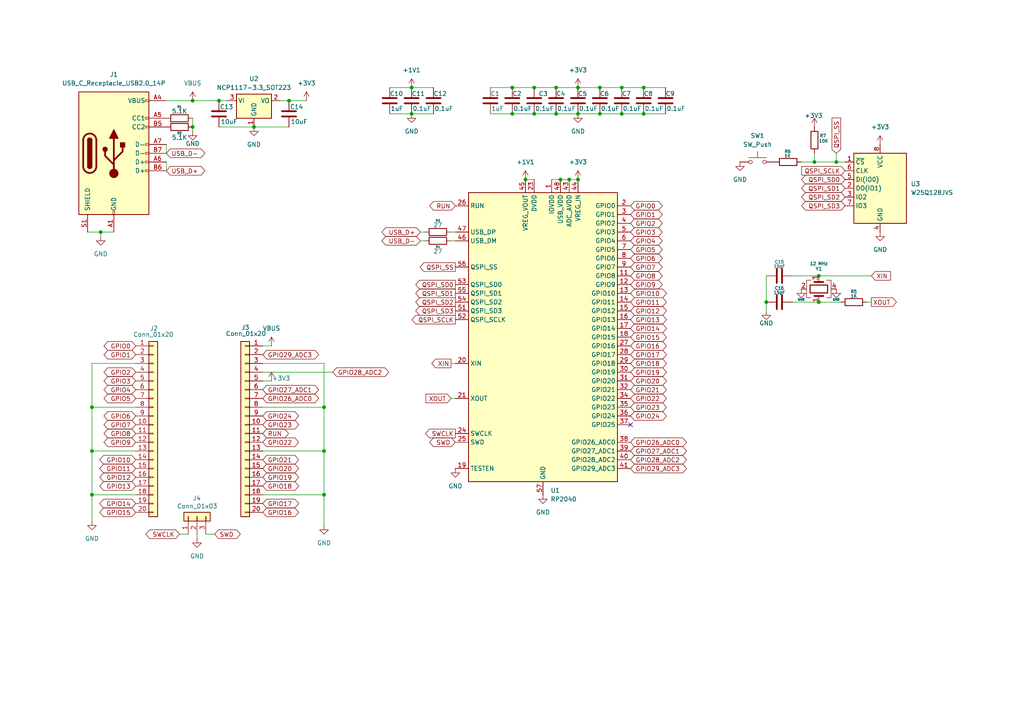
<source format=kicad_sch>
(kicad_sch (version 20231120) (generator "eeschema") (generator_version "8.0")
  (paper "A4")
  (lib_symbols
    (symbol "Connector:USB_C_Receptacle_USB2.0_14P" (pin_names (offset 1.016))
      (property "Reference" "J" (at 0 22.225 0))
      (property "Value" "USB_C_Receptacle_USB2.0_14P" (at 0 19.685 0))
      (symbol "USB_C_Receptacle_USB2.0_14P_0_0"
        (rectangle (start -0.254 -17.78) (end 0.254 -16.764))
        (rectangle (start 10.16 -4.826) (end 9.144 -5.334))
        (rectangle (start 10.16 -2.286) (end 9.144 -2.794))
        (rectangle (start 10.16 0.254) (end 9.144 -0.254))
        (rectangle (start 10.16 2.794) (end 9.144 2.286))
        (rectangle (start 10.16 7.874) (end 9.144 7.366))
        (rectangle (start 10.16 10.414) (end 9.144 9.906))
        (rectangle (start 10.16 15.494) (end 9.144 14.986))
      )
      (symbol "USB_C_Receptacle_USB2.0_14P_0_1"
        (rectangle (start -10.16 17.78) (end 10.16 -17.78) (stroke (width 0.254)) (fill (type background)))
        (arc (start -8.89 -3.81) (mid -6.985 -5.7067) (end -5.08 -3.81) (stroke (width 0.508)))
        (arc (start -7.62 -3.81) (mid -6.985 -4.4423) (end -6.35 -3.81) (stroke (width 0.254)))
        (arc (start -7.62 -3.81) (mid -6.985 -4.4423) (end -6.35 -3.81) (stroke (width 0.254)) (fill (type outline)))
        (rectangle (start -7.62 -3.81) (end -6.35 3.81) (stroke (width 0.254)) (fill (type outline)))
        (arc (start -6.35 3.81) (mid -6.985 4.4423) (end -7.62 3.81) (stroke (width 0.254)))
        (arc (start -6.35 3.81) (mid -6.985 4.4423) (end -7.62 3.81) (stroke (width 0.254)) (fill (type outline)))
        (arc (start -5.08 3.81) (mid -6.985 5.7067) (end -8.89 3.81) (stroke (width 0.508)))
        (circle (center -2.54 1.143) (radius 0.635) (stroke (width 0.254)) (fill (type outline)))
        (circle (center 0 -5.842) (radius 1.27) (fill (type outline)))
        (polyline (pts (xy -8.89 -3.81) (xy -8.89 3.81)) (stroke (width 0.508)))
        (polyline (pts (xy -5.08 3.81) (xy -5.08 -3.81)) (stroke (width 0.508)))
        (polyline (pts (xy 0 -5.842) (xy 0 4.318)) (stroke (width 0.508)))
        (polyline (pts (xy 0 -3.302) (xy -2.54 -0.762) (xy -2.54 0.508)) (stroke (width 0.508)))
        (polyline (pts (xy 0 -2.032) (xy 2.54 0.508) (xy 2.54 1.778)) (stroke (width 0.508)))
        (polyline (pts (xy -1.27 4.318) (xy 0 6.858) (xy 1.27 4.318) (xy -1.27 4.318)) (stroke (width 0.254)) (fill (type outline)))
        (rectangle (start 1.905 1.778) (end 3.175 3.048) (stroke (width 0.254)) (fill (type outline)))
      )
      (symbol "USB_C_Receptacle_USB2.0_14P_1_1"
        (pin passive line (at 0 -22.86 90) (length 5.08) (name "GND") (number "A1"))
        (pin passive line (at 0 -22.86 90) (length 5.08) hide (name "GND") (number "A12"))
        (pin passive line (at 15.24 15.24 180) (length 5.08) (name "VBUS") (number "A4"))
        (pin bidirectional line (at 15.24 10.16 180) (length 5.08) (name "CC1") (number "A5"))
        (pin bidirectional line (at 15.24 -2.54 180) (length 5.08) (name "D+") (number "A6"))
        (pin bidirectional line (at 15.24 2.54 180) (length 5.08) (name "D-") (number "A7"))
        (pin passive line (at 15.24 15.24 180) (length 5.08) hide (name "VBUS") (number "A9"))
        (pin passive line (at 0 -22.86 90) (length 5.08) hide (name "GND") (number "B1"))
        (pin passive line (at 0 -22.86 90) (length 5.08) hide (name "GND") (number "B12"))
        (pin passive line (at 15.24 15.24 180) (length 5.08) hide (name "VBUS") (number "B4"))
        (pin bidirectional line (at 15.24 7.62 180) (length 5.08) (name "CC2") (number "B5"))
        (pin bidirectional line (at 15.24 -5.08 180) (length 5.08) (name "D+") (number "B6"))
        (pin bidirectional line (at 15.24 0 180) (length 5.08) (name "D-") (number "B7"))
        (pin passive line (at 15.24 15.24 180) (length 5.08) hide (name "VBUS") (number "B9"))
        (pin passive line (at -7.62 -22.86 90) (length 5.08) (name "SHIELD") (number "S1"))
      )
    )
    (symbol "Connector_Generic:Conn_01x03" (pin_names (offset 1.016) hide)
      (property "Reference" "J" (at 0 5.08 0))
      (property "Value" "Conn_01x03" (at 0 -5.08 0))
      (symbol "Conn_01x03_1_1"
        (rectangle (start -1.27 -2.413) (end 0 -2.667) (stroke (width 0.1524)))
        (rectangle (start -1.27 0.127) (end 0 -0.127) (stroke (width 0.1524)))
        (rectangle (start -1.27 2.667) (end 0 2.413) (stroke (width 0.1524)))
        (rectangle (start -1.27 3.81) (end 1.27 -3.81) (stroke (width 0.254)) (fill (type background)))
        (pin passive line (at -5.08 2.54 0) (length 3.81) (name "Pin_1") (number "1"))
        (pin passive line (at -5.08 0 0) (length 3.81) (name "Pin_2") (number "2"))
        (pin passive line (at -5.08 -2.54 0) (length 3.81) (name "Pin_3") (number "3"))
      )
    )
    (symbol "Connector_Generic:Conn_01x20" (pin_names (offset 1.016) hide)
      (property "Reference" "J" (at 0 25.4 0))
      (property "Value" "Conn_01x20" (at 0 -27.94 0))
      (symbol "Conn_01x20_1_1"
        (rectangle (start -1.27 -25.273) (end 0 -25.527) (stroke (width 0.1524)))
        (rectangle (start -1.27 -22.733) (end 0 -22.987) (stroke (width 0.1524)))
        (rectangle (start -1.27 -20.193) (end 0 -20.447) (stroke (width 0.1524)))
        (rectangle (start -1.27 -17.653) (end 0 -17.907) (stroke (width 0.1524)))
        (rectangle (start -1.27 -15.113) (end 0 -15.367) (stroke (width 0.1524)))
        (rectangle (start -1.27 -12.573) (end 0 -12.827) (stroke (width 0.1524)))
        (rectangle (start -1.27 -10.033) (end 0 -10.287) (stroke (width 0.1524)))
        (rectangle (start -1.27 -7.493) (end 0 -7.747) (stroke (width 0.1524)))
        (rectangle (start -1.27 -4.953) (end 0 -5.207) (stroke (width 0.1524)))
        (rectangle (start -1.27 -2.413) (end 0 -2.667) (stroke (width 0.1524)))
        (rectangle (start -1.27 0.127) (end 0 -0.127) (stroke (width 0.1524)))
        (rectangle (start -1.27 2.667) (end 0 2.413) (stroke (width 0.1524)))
        (rectangle (start -1.27 5.207) (end 0 4.953) (stroke (width 0.1524)))
        (rectangle (start -1.27 7.747) (end 0 7.493) (stroke (width 0.1524)))
        (rectangle (start -1.27 10.287) (end 0 10.033) (stroke (width 0.1524)))
        (rectangle (start -1.27 12.827) (end 0 12.573) (stroke (width 0.1524)))
        (rectangle (start -1.27 15.367) (end 0 15.113) (stroke (width 0.1524)))
        (rectangle (start -1.27 17.907) (end 0 17.653) (stroke (width 0.1524)))
        (rectangle (start -1.27 20.447) (end 0 20.193) (stroke (width 0.1524)))
        (rectangle (start -1.27 22.987) (end 0 22.733) (stroke (width 0.1524)))
        (rectangle (start -1.27 24.13) (end 1.27 -26.67) (stroke (width 0.254)) (fill (type background)))
        (pin passive line (at -5.08 22.86 0) (length 3.81) (name "Pin_1") (number "1"))
        (pin passive line (at -5.08 0 0) (length 3.81) (name "Pin_10") (number "10"))
        (pin passive line (at -5.08 -2.54 0) (length 3.81) (name "Pin_11") (number "11"))
        (pin passive line (at -5.08 -5.08 0) (length 3.81) (name "Pin_12") (number "12"))
        (pin passive line (at -5.08 -7.62 0) (length 3.81) (name "Pin_13") (number "13"))
        (pin passive line (at -5.08 -10.16 0) (length 3.81) (name "Pin_14") (number "14"))
        (pin passive line (at -5.08 -12.7 0) (length 3.81) (name "Pin_15") (number "15"))
        (pin passive line (at -5.08 -15.24 0) (length 3.81) (name "Pin_16") (number "16"))
        (pin passive line (at -5.08 -17.78 0) (length 3.81) (name "Pin_17") (number "17"))
        (pin passive line (at -5.08 -20.32 0) (length 3.81) (name "Pin_18") (number "18"))
        (pin passive line (at -5.08 -22.86 0) (length 3.81) (name "Pin_19") (number "19"))
        (pin passive line (at -5.08 20.32 0) (length 3.81) (name "Pin_2") (number "2"))
        (pin passive line (at -5.08 -25.4 0) (length 3.81) (name "Pin_20") (number "20"))
        (pin passive line (at -5.08 17.78 0) (length 3.81) (name "Pin_3") (number "3"))
        (pin passive line (at -5.08 15.24 0) (length 3.81) (name "Pin_4") (number "4"))
        (pin passive line (at -5.08 12.7 0) (length 3.81) (name "Pin_5") (number "5"))
        (pin passive line (at -5.08 10.16 0) (length 3.81) (name "Pin_6") (number "6"))
        (pin passive line (at -5.08 7.62 0) (length 3.81) (name "Pin_7") (number "7"))
        (pin passive line (at -5.08 5.08 0) (length 3.81) (name "Pin_8") (number "8"))
        (pin passive line (at -5.08 2.54 0) (length 3.81) (name "Pin_9") (number "9"))
      )
    )
    (symbol "Device:C" (pin_numbers hide) (pin_names (offset 0.254))
      (property "Reference" "C" (at 0.635 2.54 0))
      (property "Value" "C" (at 0.635 -2.54 0))
      (symbol "C_0_1"
        (polyline (pts (xy -2.032 -0.762) (xy 2.032 -0.762)) (stroke (width 0.508)))
        (polyline (pts (xy -2.032 0.762) (xy 2.032 0.762)) (stroke (width 0.508)))
      )
      (symbol "C_1_1"
        (pin passive line (at 0 3.81 270) (length 2.794) (name "~") (number "1"))
        (pin passive line (at 0 -3.81 90) (length 2.794) (name "~") (number "2"))
      )
    )
    (symbol "Device:Crystal_GND24" (pin_names (offset 1.016) hide)
      (property "Reference" "Y" (at 3.175 5.08 0))
      (property "Value" "Crystal_GND24" (at 3.175 3.175 0))
      (symbol "Crystal_GND24_0_1"
        (rectangle (start -1.143 2.54) (end 1.143 -2.54) (stroke (width 0.3048)))
        (polyline (pts (xy -2.54 0) (xy -2.032 0)))
        (polyline (pts (xy -2.032 -1.27) (xy -2.032 1.27)) (stroke (width 0.508)))
        (polyline (pts (xy 0 -3.81) (xy 0 -3.556)))
        (polyline (pts (xy 0 3.556) (xy 0 3.81)))
        (polyline (pts (xy 2.032 -1.27) (xy 2.032 1.27)) (stroke (width 0.508)))
        (polyline (pts (xy 2.032 0) (xy 2.54 0)))
        (polyline (pts (xy -2.54 -2.286) (xy -2.54 -3.556) (xy 2.54 -3.556) (xy 2.54 -2.286)))
        (polyline (pts (xy -2.54 2.286) (xy -2.54 3.556) (xy 2.54 3.556) (xy 2.54 2.286)))
      )
      (symbol "Crystal_GND24_1_1"
        (pin passive line (at -3.81 0 0) (length 1.27) (name "1") (number "1"))
        (pin passive line (at 0 5.08 270) (length 1.27) (name "2") (number "2"))
        (pin passive line (at 3.81 0 180) (length 1.27) (name "3") (number "3"))
        (pin passive line (at 0 -5.08 90) (length 1.27) (name "4") (number "4"))
      )
    )
    (symbol "Device:R" (pin_numbers hide) (pin_names (offset 0))
      (property "Reference" "R" (at 2.032 0 90))
      (property "Value" "R" (at 0 0 90))
      (symbol "R_0_1"
        (rectangle (start -1.016 -2.54) (end 1.016 2.54) (stroke (width 0.254)))
      )
      (symbol "R_1_1"
        (pin passive line (at 0 3.81 270) (length 1.27) (name "~") (number "1"))
        (pin passive line (at 0 -3.81 90) (length 1.27) (name "~") (number "2"))
      )
    )
    (symbol "MCU_RaspberryPi:RP2040"
      (property "Reference" "U" (at 17.78 45.72 0))
      (property "Value" "RP2040" (at 17.78 43.18 0))
      (symbol "RP2040_0_1"
        (rectangle (start -21.59 41.91) (end 21.59 -41.91) (stroke (width 0.254)) (fill (type background)))
      )
      (symbol "RP2040_1_1"
        (pin power_in line (at 2.54 45.72 270) (length 3.81) (name "IOVDD") (number "1"))
        (pin passive line (at 2.54 45.72 270) (length 3.81) hide (name "IOVDD") (number "10"))
        (pin bidirectional line (at 25.4 17.78 180) (length 3.81) (name "GPIO8") (number "11"))
        (pin bidirectional line (at 25.4 15.24 180) (length 3.81) (name "GPIO9") (number "12"))
        (pin bidirectional line (at 25.4 12.7 180) (length 3.81) (name "GPIO10") (number "13"))
        (pin bidirectional line (at 25.4 10.16 180) (length 3.81) (name "GPIO11") (number "14"))
        (pin bidirectional line (at 25.4 7.62 180) (length 3.81) (name "GPIO12") (number "15"))
        (pin bidirectional line (at 25.4 5.08 180) (length 3.81) (name "GPIO13") (number "16"))
        (pin bidirectional line (at 25.4 2.54 180) (length 3.81) (name "GPIO14") (number "17"))
        (pin bidirectional line (at 25.4 0 180) (length 3.81) (name "GPIO15") (number "18"))
        (pin input line (at -25.4 -38.1 0) (length 3.81) (name "TESTEN") (number "19"))
        (pin bidirectional line (at 25.4 38.1 180) (length 3.81) (name "GPIO0") (number "2"))
        (pin input line (at -25.4 -7.62 0) (length 3.81) (name "XIN") (number "20"))
        (pin passive line (at -25.4 -17.78 0) (length 3.81) (name "XOUT") (number "21"))
        (pin passive line (at 2.54 45.72 270) (length 3.81) hide (name "IOVDD") (number "22"))
        (pin power_in line (at -2.54 45.72 270) (length 3.81) (name "DVDD") (number "23"))
        (pin input line (at -25.4 -27.94 0) (length 3.81) (name "SWCLK") (number "24"))
        (pin bidirectional line (at -25.4 -30.48 0) (length 3.81) (name "SWD") (number "25"))
        (pin input line (at -25.4 38.1 0) (length 3.81) (name "RUN") (number "26"))
        (pin bidirectional line (at 25.4 -2.54 180) (length 3.81) (name "GPIO16") (number "27"))
        (pin bidirectional line (at 25.4 -5.08 180) (length 3.81) (name "GPIO17") (number "28"))
        (pin bidirectional line (at 25.4 -7.62 180) (length 3.81) (name "GPIO18") (number "29"))
        (pin bidirectional line (at 25.4 35.56 180) (length 3.81) (name "GPIO1") (number "3"))
        (pin bidirectional line (at 25.4 -10.16 180) (length 3.81) (name "GPIO19") (number "30"))
        (pin bidirectional line (at 25.4 -12.7 180) (length 3.81) (name "GPIO20") (number "31"))
        (pin bidirectional line (at 25.4 -15.24 180) (length 3.81) (name "GPIO21") (number "32"))
        (pin passive line (at 2.54 45.72 270) (length 3.81) hide (name "IOVDD") (number "33"))
        (pin bidirectional line (at 25.4 -17.78 180) (length 3.81) (name "GPIO22") (number "34"))
        (pin bidirectional line (at 25.4 -20.32 180) (length 3.81) (name "GPIO23") (number "35"))
        (pin bidirectional line (at 25.4 -22.86 180) (length 3.81) (name "GPIO24") (number "36"))
        (pin bidirectional line (at 25.4 -25.4 180) (length 3.81) (name "GPIO25") (number "37"))
        (pin bidirectional line (at 25.4 -30.48 180) (length 3.81) (name "GPIO26_ADC0") (number "38"))
        (pin bidirectional line (at 25.4 -33.02 180) (length 3.81) (name "GPIO27_ADC1") (number "39"))
        (pin bidirectional line (at 25.4 33.02 180) (length 3.81) (name "GPIO2") (number "4"))
        (pin bidirectional line (at 25.4 -35.56 180) (length 3.81) (name "GPIO28_ADC2") (number "40"))
        (pin bidirectional line (at 25.4 -38.1 180) (length 3.81) (name "GPIO29_ADC3") (number "41"))
        (pin passive line (at 2.54 45.72 270) (length 3.81) hide (name "IOVDD") (number "42"))
        (pin power_in line (at 7.62 45.72 270) (length 3.81) (name "ADC_AVDD") (number "43"))
        (pin power_in line (at 10.16 45.72 270) (length 3.81) (name "VREG_IN") (number "44"))
        (pin power_out line (at -5.08 45.72 270) (length 3.81) (name "VREG_VOUT") (number "45"))
        (pin bidirectional line (at -25.4 27.94 0) (length 3.81) (name "USB_DM") (number "46"))
        (pin bidirectional line (at -25.4 30.48 0) (length 3.81) (name "USB_DP") (number "47"))
        (pin power_in line (at 5.08 45.72 270) (length 3.81) (name "USB_VDD") (number "48"))
        (pin passive line (at 2.54 45.72 270) (length 3.81) hide (name "IOVDD") (number "49"))
        (pin bidirectional line (at 25.4 30.48 180) (length 3.81) (name "GPIO3") (number "5"))
        (pin passive line (at -2.54 45.72 270) (length 3.81) hide (name "DVDD") (number "50"))
        (pin bidirectional line (at -25.4 7.62 0) (length 3.81) (name "QSPI_SD3") (number "51"))
        (pin output line (at -25.4 5.08 0) (length 3.81) (name "QSPI_SCLK") (number "52"))
        (pin bidirectional line (at -25.4 15.24 0) (length 3.81) (name "QSPI_SD0") (number "53"))
        (pin bidirectional line (at -25.4 10.16 0) (length 3.81) (name "QSPI_SD2") (number "54"))
        (pin bidirectional line (at -25.4 12.7 0) (length 3.81) (name "QSPI_SD1") (number "55"))
        (pin bidirectional line (at -25.4 20.32 0) (length 3.81) (name "QSPI_SS") (number "56"))
        (pin power_in line (at 0 -45.72 90) (length 3.81) (name "GND") (number "57"))
        (pin bidirectional line (at 25.4 27.94 180) (length 3.81) (name "GPIO4") (number "6"))
        (pin bidirectional line (at 25.4 25.4 180) (length 3.81) (name "GPIO5") (number "7"))
        (pin bidirectional line (at 25.4 22.86 180) (length 3.81) (name "GPIO6") (number "8"))
        (pin bidirectional line (at 25.4 20.32 180) (length 3.81) (name "GPIO7") (number "9"))
      )
    )
    (symbol "Memory_Flash:W25Q128JVS"
      (property "Reference" "U" (at -8.89 8.89 0))
      (property "Value" "W25Q128JVS" (at 7.62 8.89 0))
      (symbol "W25Q128JVS_0_1"
        (rectangle (start -7.62 10.16) (end 7.62 -10.16) (stroke (width 0.254)) (fill (type background)))
      )
      (symbol "W25Q128JVS_1_1"
        (pin input line (at -10.16 7.62 0) (length 2.54) (name "~{CS}") (number "1"))
        (pin bidirectional line (at -10.16 0 0) (length 2.54) (name "DO(IO1)") (number "2"))
        (pin bidirectional line (at -10.16 -2.54 0) (length 2.54) (name "IO2") (number "3"))
        (pin power_in line (at 0 -12.7 90) (length 2.54) (name "GND") (number "4"))
        (pin bidirectional line (at -10.16 2.54 0) (length 2.54) (name "DI(IO0)") (number "5"))
        (pin input line (at -10.16 5.08 0) (length 2.54) (name "CLK") (number "6"))
        (pin bidirectional line (at -10.16 -5.08 0) (length 2.54) (name "IO3") (number "7"))
        (pin power_in line (at 0 12.7 270) (length 2.54) (name "VCC") (number "8"))
      )
    )
    (symbol "Regulator_Linear:NCP1117-3.3_SOT223"
      (property "Reference" "U" (at -3.81 3.175 0))
      (property "Value" "NCP1117-3.3_SOT223" (at 0 3.175 0))
      (symbol "NCP1117-3.3_SOT223_0_1"
        (rectangle (start -5.08 -5.08) (end 5.08 1.905) (stroke (width 0.254)) (fill (type background)))
      )
      (symbol "NCP1117-3.3_SOT223_1_1"
        (pin power_in line (at 0 -7.62 90) (length 2.54) (name "GND") (number "1"))
        (pin power_out line (at 7.62 0 180) (length 2.54) (name "VO") (number "2"))
        (pin power_in line (at -7.62 0 0) (length 2.54) (name "VI") (number "3"))
      )
    )
    (symbol "Switch:SW_Push" (pin_numbers hide) (pin_names (offset 1.016) hide)
      (property "Reference" "SW" (at 1.27 2.54 0))
      (property "Value" "SW_Push" (at 0 -1.524 0))
      (symbol "SW_Push_0_1"
        (circle (center -2.032 0) (radius 0.508))
        (polyline (pts (xy 0 1.27) (xy 0 3.048)))
        (polyline (pts (xy 2.54 1.27) (xy -2.54 1.27)))
        (circle (center 2.032 0) (radius 0.508))
        (pin passive line (at -5.08 0 0) (length 2.54) (name "1") (number "1"))
        (pin passive line (at 5.08 0 180) (length 2.54) (name "2") (number "2"))
      )
    )
    (symbol "power:+1V1" (power) (pin_numbers hide) (pin_names (offset 0) hide)
      (property "Value" "+1V1" (at 0 3.556 0))
      (symbol "+1V1_0_1"
        (polyline (pts (xy -0.762 1.27) (xy 0 2.54)))
        (polyline (pts (xy 0 0) (xy 0 2.54)))
        (polyline (pts (xy 0 2.54) (xy 0.762 1.27)))
      )
      (symbol "+1V1_1_1"
        (pin power_in line (at 0 0 90) (length 0) (name "~") (number "1"))
      )
    )
    (symbol "power:+3V3" (power) (pin_numbers hide) (pin_names (offset 0) hide)
      (property "Value" "+3V3" (at 0 3.556 0))
      (symbol "+3V3_0_1"
        (polyline (pts (xy -0.762 1.27) (xy 0 2.54)))
        (polyline (pts (xy 0 0) (xy 0 2.54)))
        (polyline (pts (xy 0 2.54) (xy 0.762 1.27)))
      )
      (symbol "+3V3_1_1"
        (pin power_in line (at 0 0 90) (length 0) (name "~") (number "1"))
      )
    )
    (symbol "power:GND" (power) (pin_numbers hide) (pin_names (offset 0) hide)
      (property "Value" "GND" (at 0 -3.81 0))
      (symbol "GND_0_1"
        (polyline (pts (xy 0 0) (xy 0 -1.27) (xy 1.27 -1.27) (xy 0 -2.54) (xy -1.27 -1.27) (xy 0 -1.27)))
      )
      (symbol "GND_1_1"
        (pin power_in line (at 0 0 270) (length 0) (name "~") (number "1"))
      )
    )
    (symbol "power:VBUS" (power) (pin_numbers hide) (pin_names (offset 0) hide)
      (property "Value" "VBUS" (at 0 3.556 0))
      (symbol "VBUS_0_1"
        (polyline (pts (xy -0.762 1.27) (xy 0 2.54)))
        (polyline (pts (xy 0 0) (xy 0 2.54)))
        (polyline (pts (xy 0 2.54) (xy 0.762 1.27)))
      )
      (symbol "VBUS_1_1"
        (pin power_in line (at 0 0 90) (length 0) (name "~") (number "1"))
      )
    )
  )
  (junction (at 26.67 143.51))
  (junction (at 237.49 87.63))
  (junction (at 186.69 33.02))
  (junction (at 165.1 52.07))
  (junction (at 119.38 25.4))
  (junction (at 161.29 25.4))
  (junction (at 29.21 67.31))
  (junction (at 93.98 118.11))
  (junction (at 167.64 52.07))
  (junction (at 93.98 143.51))
  (junction (at 186.69 25.4))
  (junction (at 222.25 87.63))
  (junction (at 173.99 33.02))
  (junction (at 152.4 52.07))
  (junction (at 55.88 29.21))
  (junction (at 73.66 36.83))
  (junction (at 173.99 25.4))
  (junction (at 26.67 130.81))
  (junction (at 148.59 33.02))
  (junction (at 154.94 25.4))
  (junction (at 93.98 130.81))
  (junction (at 180.34 25.4))
  (junction (at 237.49 80.01))
  (junction (at 162.56 52.07))
  (junction (at 119.38 33.02))
  (junction (at 26.67 118.11))
  (junction (at 55.88 36.83))
  (junction (at 180.34 33.02))
  (junction (at 63.5 29.21))
  (junction (at 242.57 46.99))
  (junction (at 167.64 25.4))
  (junction (at 148.59 25.4))
  (junction (at 154.94 33.02))
  (junction (at 236.22 46.99))
  (junction (at 167.64 33.02))
  (junction (at 161.29 33.02))
  (junction (at 83.82 29.21))
  (no_connect (at 182.88 123.19))
  (wire (pts (xy 121.92 69.85) (xy 123.19 69.85)))
  (wire (pts (xy 237.49 80.01) (xy 252.73 80.01)))
  (wire (pts (xy 154.94 33.02) (xy 161.29 33.02)))
  (wire (pts (xy 148.59 25.4) (xy 154.94 25.4)))
  (wire (pts (xy 142.24 33.02) (xy 148.59 33.02)))
  (wire (pts (xy 25.4 67.31) (xy 29.21 67.31)))
  (wire (pts (xy 236.22 46.99) (xy 242.57 46.99)))
  (wire (pts (xy 83.82 29.21) (xy 88.9 29.21)))
  (wire (pts (xy 119.38 33.02) (xy 125.73 33.02)))
  (wire (pts (xy 130.81 67.31) (xy 132.08 67.31)))
  (wire (pts (xy 186.69 33.02) (xy 193.04 33.02)))
  (wire (pts (xy 186.69 25.4) (xy 193.04 25.4)))
  (wire (pts (xy 161.29 33.02) (xy 167.64 33.02)))
  (wire (pts (xy 63.5 36.83) (xy 73.66 36.83)))
  (wire (pts (xy 229.87 80.01) (xy 237.49 80.01)))
  (wire (pts (xy 52.07 154.94) (xy 54.61 154.94)))
  (wire (pts (xy 93.98 130.81) (xy 93.98 143.51)))
  (wire (pts (xy 160.02 52.07) (xy 162.56 52.07)))
  (wire (pts (xy 26.67 118.11) (xy 26.67 130.81)))
  (wire (pts (xy 26.67 143.51) (xy 39.37 143.51)))
  (wire (pts (xy 236.22 44.45) (xy 236.22 46.99)))
  (wire (pts (xy 76.2 143.51) (xy 93.98 143.51)))
  (wire (pts (xy 154.94 25.4) (xy 161.29 25.4)))
  (wire (pts (xy 76.2 100.33) (xy 78.74 100.33)))
  (wire (pts (xy 180.34 33.02) (xy 186.69 33.02)))
  (wire (pts (xy 26.67 130.81) (xy 39.37 130.81)))
  (wire (pts (xy 48.26 46.99) (xy 48.26 49.53)))
  (wire (pts (xy 59.69 154.94) (xy 62.23 154.94)))
  (wire (pts (xy 63.5 29.21) (xy 66.04 29.21)))
  (wire (pts (xy 237.49 87.63) (xy 243.84 87.63)))
  (wire (pts (xy 39.37 105.41) (xy 26.67 105.41)))
  (wire (pts (xy 229.87 87.63) (xy 237.49 87.63)))
  (wire (pts (xy 73.66 36.83) (xy 83.82 36.83)))
  (wire (pts (xy 76.2 130.81) (xy 93.98 130.81)))
  (wire (pts (xy 26.67 118.11) (xy 39.37 118.11)))
  (wire (pts (xy 55.88 36.83) (xy 55.88 38.1)))
  (wire (pts (xy 26.67 130.81) (xy 26.67 143.51)))
  (wire (pts (xy 130.81 105.41) (xy 132.08 105.41)))
  (wire (pts (xy 173.99 33.02) (xy 180.34 33.02)))
  (wire (pts (xy 57.15 154.94) (xy 57.15 156.21)))
  (wire (pts (xy 81.28 29.21) (xy 83.82 29.21)))
  (wire (pts (xy 130.81 69.85) (xy 132.08 69.85)))
  (wire (pts (xy 113.03 33.02) (xy 119.38 33.02)))
  (wire (pts (xy 76.2 118.11) (xy 93.98 118.11)))
  (wire (pts (xy 55.88 34.29) (xy 55.88 36.83)))
  (wire (pts (xy 26.67 143.51) (xy 26.67 151.13)))
  (wire (pts (xy 130.81 115.57) (xy 132.08 115.57)))
  (wire (pts (xy 142.24 25.4) (xy 148.59 25.4)))
  (wire (pts (xy 93.98 118.11) (xy 93.98 130.81)))
  (wire (pts (xy 222.25 90.17) (xy 222.25 87.63)))
  (wire (pts (xy 167.64 25.4) (xy 173.99 25.4)))
  (wire (pts (xy 48.26 41.91) (xy 48.26 44.45)))
  (wire (pts (xy 242.57 46.99) (xy 245.11 46.99)))
  (wire (pts (xy 232.41 46.99) (xy 236.22 46.99)))
  (wire (pts (xy 29.21 67.31) (xy 33.02 67.31)))
  (wire (pts (xy 29.21 68.58) (xy 29.21 67.31)))
  (wire (pts (xy 26.67 105.41) (xy 26.67 118.11)))
  (wire (pts (xy 165.1 52.07) (xy 167.64 52.07)))
  (wire (pts (xy 93.98 143.51) (xy 93.98 152.4)))
  (wire (pts (xy 48.26 29.21) (xy 55.88 29.21)))
  (wire (pts (xy 76.2 105.41) (xy 93.98 105.41)))
  (wire (pts (xy 251.46 87.63) (xy 252.73 87.63)))
  (wire (pts (xy 148.59 33.02) (xy 154.94 33.02)))
  (wire (pts (xy 113.03 25.4) (xy 119.38 25.4)))
  (wire (pts (xy 162.56 52.07) (xy 165.1 52.07)))
  (wire (pts (xy 167.64 33.02) (xy 173.99 33.02)))
  (wire (pts (xy 222.25 80.01) (xy 222.25 87.63)))
  (wire (pts (xy 173.99 25.4) (xy 180.34 25.4)))
  (wire (pts (xy 76.2 110.49) (xy 78.74 110.49)))
  (wire (pts (xy 119.38 25.4) (xy 125.73 25.4)))
  (wire (pts (xy 180.34 25.4) (xy 186.69 25.4)))
  (wire (pts (xy 152.4 52.07) (xy 154.94 52.07)))
  (wire (pts (xy 161.29 25.4) (xy 167.64 25.4)))
  (wire (pts (xy 93.98 105.41) (xy 93.98 118.11)))
  (wire (pts (xy 121.92 67.31) (xy 123.19 67.31)))
  (wire (pts (xy 55.88 29.21) (xy 63.5 29.21)))
  (wire (pts (xy 242.57 44.45) (xy 242.57 46.99)))
  (wire (pts (xy 76.2 107.95) (xy 96.52 107.95)))
  (global_label "XIN" (shape input) (at 252.73 80.01 0) (property "Intersheetrefs" "${INTERSHEET_REFS}" (effects (hide yes))))
  (global_label "GPIO27_ADC1" (shape bidirectional) (at 182.88 130.81 0) (property "Intersheetrefs" "${INTERSHEET_REFS}" (effects (hide yes))))
  (global_label "GPIO21" (shape bidirectional) (at 76.2 133.35 0) (property "Intersheetrefs" "${INTERSHEET_REFS}" (effects (hide yes))))
  (global_label "GPIO10" (shape bidirectional) (at 39.37 133.35 180) (property "Intersheetrefs" "${INTERSHEET_REFS}" (effects (hide yes))))
  (global_label "GPIO24" (shape bidirectional) (at 182.88 120.65 0) (property "Intersheetrefs" "${INTERSHEET_REFS}" (effects (hide yes))))
  (global_label "SWD" (shape bidirectional) (at 132.08 128.27 180) (property "Intersheetrefs" "${INTERSHEET_REFS}" (effects (hide yes))))
  (global_label "GPIO13" (shape bidirectional) (at 182.88 92.71 0) (property "Intersheetrefs" "${INTERSHEET_REFS}" (effects (hide yes))))
  (global_label "GPIO29_ADC3" (shape bidirectional) (at 76.2 102.87 0) (property "Intersheetrefs" "${INTERSHEET_REFS}" (effects (hide yes))))
  (global_label "GPIO3" (shape bidirectional) (at 39.37 110.49 180) (property "Intersheetrefs" "${INTERSHEET_REFS}" (effects (hide yes))))
  (global_label "QSPI_SD0" (shape bidirectional) (at 245.11 52.07 180) (property "Intersheetrefs" "${INTERSHEET_REFS}" (effects (hide yes))))
  (global_label "GPIO20" (shape bidirectional) (at 76.2 135.89 0) (property "Intersheetrefs" "${INTERSHEET_REFS}" (effects (hide yes))))
  (global_label "GPIO19" (shape bidirectional) (at 182.88 107.95 0) (property "Intersheetrefs" "${INTERSHEET_REFS}" (effects (hide yes))))
  (global_label "GPIO14" (shape bidirectional) (at 182.88 95.25 0) (property "Intersheetrefs" "${INTERSHEET_REFS}" (effects (hide yes))))
  (global_label "QSPI_SS" (shape input) (at 242.57 44.45 90) (property "Intersheetrefs" "${INTERSHEET_REFS}" (effects (hide yes))))
  (global_label "USB_D+" (shape bidirectional) (at 48.26 49.53 0) (property "Intersheetrefs" "${INTERSHEET_REFS}" (effects (hide yes))))
  (global_label "GPIO4" (shape bidirectional) (at 182.88 69.85 0) (property "Intersheetrefs" "${INTERSHEET_REFS}" (effects (hide yes))))
  (global_label "GPIO29_ADC3" (shape bidirectional) (at 182.88 135.89 0) (property "Intersheetrefs" "${INTERSHEET_REFS}" (effects (hide yes))))
  (global_label "GPIO16" (shape bidirectional) (at 182.88 100.33 0) (property "Intersheetrefs" "${INTERSHEET_REFS}" (effects (hide yes))))
  (global_label "GPIO14" (shape bidirectional) (at 39.37 146.05 180) (property "Intersheetrefs" "${INTERSHEET_REFS}" (effects (hide yes))))
  (global_label "QSPI_SD2" (shape bidirectional) (at 245.11 57.15 180) (property "Intersheetrefs" "${INTERSHEET_REFS}" (effects (hide yes))))
  (global_label "XIN" (shape output) (at 130.81 105.41 180) (property "Intersheetrefs" "${INTERSHEET_REFS}" (effects (hide yes))))
  (global_label "GPIO4" (shape bidirectional) (at 39.37 113.03 180) (property "Intersheetrefs" "${INTERSHEET_REFS}" (effects (hide yes))))
  (global_label "GPIO1" (shape bidirectional) (at 39.37 102.87 180) (property "Intersheetrefs" "${INTERSHEET_REFS}" (effects (hide yes))))
  (global_label "GPIO27_ADC1" (shape bidirectional) (at 76.2 113.03 0) (property "Intersheetrefs" "${INTERSHEET_REFS}" (effects (hide yes))))
  (global_label "QSPI_SD0" (shape output) (at 132.08 82.55 180) (property "Intersheetrefs" "${INTERSHEET_REFS}" (effects (hide yes))))
  (global_label "GPIO15" (shape bidirectional) (at 39.37 148.59 180) (property "Intersheetrefs" "${INTERSHEET_REFS}" (effects (hide yes))))
  (global_label "GPIO7" (shape bidirectional) (at 182.88 77.47 0) (property "Intersheetrefs" "${INTERSHEET_REFS}" (effects (hide yes))))
  (global_label "GPIO16" (shape bidirectional) (at 76.2 148.59 0) (property "Intersheetrefs" "${INTERSHEET_REFS}" (effects (hide yes))))
  (global_label "QSPI_SD1" (shape output) (at 132.08 85.09 180) (property "Intersheetrefs" "${INTERSHEET_REFS}" (effects (hide yes))))
  (global_label "GPIO8" (shape bidirectional) (at 182.88 80.01 0) (property "Intersheetrefs" "${INTERSHEET_REFS}" (effects (hide yes))))
  (global_label "USB_D-" (shape bidirectional) (at 121.92 69.85 180) (property "Intersheetrefs" "${INTERSHEET_REFS}" (effects (hide yes))))
  (global_label "GPIO6" (shape bidirectional) (at 182.88 74.93 0) (property "Intersheetrefs" "${INTERSHEET_REFS}" (effects (hide yes))))
  (global_label "GPIO0" (shape bidirectional) (at 39.37 100.33 180) (property "Intersheetrefs" "${INTERSHEET_REFS}" (effects (hide yes))))
  (global_label "GPIO22" (shape bidirectional) (at 182.88 115.57 0) (property "Intersheetrefs" "${INTERSHEET_REFS}" (effects (hide yes))))
  (global_label "GPIO11" (shape bidirectional) (at 39.37 135.89 180) (property "Intersheetrefs" "${INTERSHEET_REFS}" (effects (hide yes))))
  (global_label "USB_D+" (shape bidirectional) (at 121.92 67.31 180) (property "Intersheetrefs" "${INTERSHEET_REFS}" (effects (hide yes))))
  (global_label "GPIO6" (shape bidirectional) (at 39.37 120.65 180) (property "Intersheetrefs" "${INTERSHEET_REFS}" (effects (hide yes))))
  (global_label "GPIO9" (shape bidirectional) (at 182.88 82.55 0) (property "Intersheetrefs" "${INTERSHEET_REFS}" (effects (hide yes))))
  (global_label "GPIO2" (shape bidirectional) (at 182.88 64.77 0) (property "Intersheetrefs" "${INTERSHEET_REFS}" (effects (hide yes))))
  (global_label "XOUT" (shape input) (at 130.81 115.57 180) (property "Intersheetrefs" "${INTERSHEET_REFS}" (effects (hide yes))))
  (global_label "QSPI_SD1" (shape bidirectional) (at 245.11 54.61 180) (property "Intersheetrefs" "${INTERSHEET_REFS}" (effects (hide yes))))
  (global_label "QSPI_SD3" (shape bidirectional) (at 245.11 59.69 180) (property "Intersheetrefs" "${INTERSHEET_REFS}" (effects (hide yes))))
  (global_label "QSPI_SCLK" (shape output) (at 132.08 92.71 180) (property "Intersheetrefs" "${INTERSHEET_REFS}" (effects (hide yes))))
  (global_label "GPIO15" (shape bidirectional) (at 182.88 97.79 0) (property "Intersheetrefs" "${INTERSHEET_REFS}" (effects (hide yes))))
  (global_label "GPIO26_ADC0" (shape bidirectional) (at 76.2 115.57 0) (property "Intersheetrefs" "${INTERSHEET_REFS}" (effects (hide yes))))
  (global_label "GPIO5" (shape bidirectional) (at 182.88 72.39 0) (property "Intersheetrefs" "${INTERSHEET_REFS}" (effects (hide yes))))
  (global_label "GPIO19" (shape bidirectional) (at 76.2 138.43 0) (property "Intersheetrefs" "${INTERSHEET_REFS}" (effects (hide yes))))
  (global_label "GPIO1" (shape bidirectional) (at 182.88 62.23 0) (property "Intersheetrefs" "${INTERSHEET_REFS}" (effects (hide yes))))
  (global_label "RUN" (shape bidirectional) (at 76.2 125.73 0) (property "Intersheetrefs" "${INTERSHEET_REFS}" (effects (hide yes))))
  (global_label "GPIO11" (shape bidirectional) (at 182.88 87.63 0) (property "Intersheetrefs" "${INTERSHEET_REFS}" (effects (hide yes))))
  (global_label "GPIO23" (shape bidirectional) (at 76.2 123.19 0) (property "Intersheetrefs" "${INTERSHEET_REFS}" (effects (hide yes))))
  (global_label "GPIO2" (shape bidirectional) (at 39.37 107.95 180) (property "Intersheetrefs" "${INTERSHEET_REFS}" (effects (hide yes))))
  (global_label "SWD" (shape bidirectional) (at 62.23 154.94 0) (property "Intersheetrefs" "${INTERSHEET_REFS}" (effects (hide yes))))
  (global_label "USB_D-" (shape bidirectional) (at 48.26 44.45 0) (property "Intersheetrefs" "${INTERSHEET_REFS}" (effects (hide yes))))
  (global_label "GPIO8" (shape bidirectional) (at 39.37 125.73 180) (property "Intersheetrefs" "${INTERSHEET_REFS}" (effects (hide yes))))
  (global_label "QSPI_SD2" (shape output) (at 132.08 87.63 180) (property "Intersheetrefs" "${INTERSHEET_REFS}" (effects (hide yes))))
  (global_label "RUN" (shape bidirectional) (at 132.08 59.69 180) (property "Intersheetrefs" "${INTERSHEET_REFS}" (effects (hide yes))))
  (global_label "XOUT" (shape output) (at 252.73 87.63 0) (property "Intersheetrefs" "${INTERSHEET_REFS}" (effects (hide yes))))
  (global_label "GPIO12" (shape bidirectional) (at 182.88 90.17 0) (property "Intersheetrefs" "${INTERSHEET_REFS}" (effects (hide yes))))
  (global_label "GPIO20" (shape bidirectional) (at 182.88 110.49 0) (property "Intersheetrefs" "${INTERSHEET_REFS}" (effects (hide yes))))
  (global_label "GPIO18" (shape bidirectional) (at 182.88 105.41 0) (property "Intersheetrefs" "${INTERSHEET_REFS}" (effects (hide yes))))
  (global_label "GPIO18" (shape bidirectional) (at 76.2 140.97 0) (property "Intersheetrefs" "${INTERSHEET_REFS}" (effects (hide yes))))
  (global_label "GPIO28_ADC2" (shape bidirectional) (at 96.52 107.95 0) (property "Intersheetrefs" "${INTERSHEET_REFS}" (effects (hide yes))))
  (global_label "GPIO24" (shape bidirectional) (at 76.2 120.65 0) (property "Intersheetrefs" "${INTERSHEET_REFS}" (effects (hide yes))))
  (global_label "GPIO9" (shape bidirectional) (at 39.37 128.27 180) (property "Intersheetrefs" "${INTERSHEET_REFS}" (effects (hide yes))))
  (global_label "GPIO10" (shape bidirectional) (at 182.88 85.09 0) (property "Intersheetrefs" "${INTERSHEET_REFS}" (effects (hide yes))))
  (global_label "GPIO17" (shape bidirectional) (at 182.88 102.87 0) (property "Intersheetrefs" "${INTERSHEET_REFS}" (effects (hide yes))))
  (global_label "GPIO22" (shape bidirectional) (at 76.2 128.27 0) (property "Intersheetrefs" "${INTERSHEET_REFS}" (effects (hide yes))))
  (global_label "GPIO23" (shape bidirectional) (at 182.88 118.11 0) (property "Intersheetrefs" "${INTERSHEET_REFS}" (effects (hide yes))))
  (global_label "GPIO13" (shape bidirectional) (at 39.37 140.97 180) (property "Intersheetrefs" "${INTERSHEET_REFS}" (effects (hide yes))))
  (global_label "SWCLK" (shape bidirectional) (at 52.07 154.94 180) (property "Intersheetrefs" "${INTERSHEET_REFS}" (effects (hide yes))))
  (global_label "GPIO7" (shape bidirectional) (at 39.37 123.19 180) (property "Intersheetrefs" "${INTERSHEET_REFS}" (effects (hide yes))))
  (global_label "GPIO0" (shape bidirectional) (at 182.88 59.69 0) (property "Intersheetrefs" "${INTERSHEET_REFS}" (effects (hide yes))))
  (global_label "GPIO12" (shape bidirectional) (at 39.37 138.43 180) (property "Intersheetrefs" "${INTERSHEET_REFS}" (effects (hide yes))))
  (global_label "GPIO21" (shape bidirectional) (at 182.88 113.03 0) (property "Intersheetrefs" "${INTERSHEET_REFS}" (effects (hide yes))))
  (global_label "GPIO3" (shape bidirectional) (at 182.88 67.31 0) (property "Intersheetrefs" "${INTERSHEET_REFS}" (effects (hide yes))))
  (global_label "QSPI_SD3" (shape output) (at 132.08 90.17 180) (property "Intersheetrefs" "${INTERSHEET_REFS}" (effects (hide yes))))
  (global_label "GPIO17" (shape bidirectional) (at 76.2 146.05 0) (property "Intersheetrefs" "${INTERSHEET_REFS}" (effects (hide yes))))
  (global_label "GPIO5" (shape bidirectional) (at 39.37 115.57 180) (property "Intersheetrefs" "${INTERSHEET_REFS}" (effects (hide yes))))
  (global_label "QSPI_SS" (shape output) (at 132.08 77.47 180) (property "Intersheetrefs" "${INTERSHEET_REFS}" (effects (hide yes))))
  (global_label "SWCLK" (shape output) (at 132.08 125.73 180) (property "Intersheetrefs" "${INTERSHEET_REFS}" (effects (hide yes))))
  (global_label "GPIO28_ADC2" (shape bidirectional) (at 182.88 133.35 0) (property "Intersheetrefs" "${INTERSHEET_REFS}" (effects (hide yes))))
  (global_label "GPIO26_ADC0" (shape bidirectional) (at 182.88 128.27 0) (property "Intersheetrefs" "${INTERSHEET_REFS}" (effects (hide yes))))
  (global_label "QSPI_SCLK" (shape input) (at 245.11 49.53 180) (property "Intersheetrefs" "${INTERSHEET_REFS}" (effects (hide yes))))
  (symbol (lib_id "Device:C") (at 142.24 29.21 0) (unit 1)
    (property "Reference" "C1" (at 142.24 27.178 0) (effects (justify left)))
    (property "Value" "1uF" (at 142.494 31.496 0) (effects (justify left)))
    (property "Description" "Unpolarized capacitor" (effects (hide yes)))
  )
  (symbol (lib_id "power:GND") (at 167.64 33.02 0) (unit 1)
    (property "Reference" "#PWR04" (effects (hide yes)))
    (property "Value" "GND" (at 167.64 38.1 0))
    (property "Description" "Power symbol creates a global label with name \"GND\" , ground" (effects (hide yes)))
  )
  (symbol (lib_id "power:GND") (at 214.63 46.99 0) (unit 1)
    (property "Reference" "#PWR018" (effects (hide yes)))
    (property "Value" "GND" (at 214.63 52.07 0))
    (property "Description" "Power symbol creates a global label with name \"GND\" , ground" (effects (hide yes)))
  )
  (symbol (lib_id "Device:C") (at 113.03 29.21 0) (unit 1)
    (property "Reference" "C10" (at 113.03 27.178 0) (effects (justify left)))
    (property "Value" "1uF" (at 113.284 31.496 0) (effects (justify left)))
    (property "Description" "Unpolarized capacitor" (effects (hide yes)))
  )
  (symbol (lib_id "Device:C") (at 167.64 29.21 0) (unit 1)
    (property "Reference" "C5" (at 167.64 27.178 0) (effects (justify left)))
    (property "Value" "0.1uF" (at 167.894 31.496 0) (effects (justify left)))
    (property "Description" "Unpolarized capacitor" (effects (hide yes)))
  )
  (symbol (lib_id "power:+1V1") (at 119.38 25.4 0) (unit 1)
    (property "Reference" "#PWR05" (effects (hide yes)))
    (property "Value" "+1V1" (at 119.38 20.32 0))
    (property "Description" "Power symbol creates a global label with name \"+1V1\"" (effects (hide yes)))
  )
  (symbol (lib_id "Device:C") (at 226.06 80.01 90) (unit 1)
    (property "Reference" "C15" (at 226.06 75.946 90) (effects (font (size 0.889 0.889))))
    (property "Value" "15pF" (at 226.06 77.216 90) (effects (font (size 0.889 0.889))))
    (property "Description" "Unpolarized capacitor" (effects (hide yes)))
  )
  (symbol (lib_id "Device:R") (at 228.6 46.99 90) (unit 1)
    (property "Reference" "R6" (at 229.362 43.942 90) (effects (font (size 0.889 0.889)) (justify left)))
    (property "Value" "1K" (at 229.362 45.212 90) (effects (font (size 0.889 0.889)) (justify left)))
    (property "Description" "Resistor" (effects (hide yes)))
  )
  (symbol (lib_id "power:+3V3") (at 255.27 41.91 0) (unit 1)
    (property "Reference" "#PWR016" (effects (hide yes)))
    (property "Value" "+3V3" (at 255.27 36.83 0))
    (property "Description" "Power symbol creates a global label with name \"+3V3\"" (effects (hide yes)))
  )
  (symbol (lib_id "Device:C") (at 186.69 29.21 0) (unit 1)
    (property "Reference" "C8" (at 186.69 27.178 0) (effects (justify left)))
    (property "Value" "0.1uF" (at 186.944 31.496 0) (effects (justify left)))
    (property "Description" "Unpolarized capacitor" (effects (hide yes)))
  )
  (symbol (lib_id "power:GND") (at 232.41 83.82 0) (unit 1)
    (property "Reference" "#PWR014" (effects (hide yes)))
    (property "Value" "GND" (at 232.41 86.868 0) (effects (font (size 0.635 0.635))))
    (property "Description" "Power symbol creates a global label with name \"GND\" , ground" (effects (hide yes)))
  )
  (symbol (lib_id "Switch:SW_Push") (at 219.71 46.99 0) (unit 1)
    (property "Reference" "SW1" (at 219.71 39.37 0))
    (property "Value" "SW_Push" (at 219.71 41.91 0))
    (property "Description" "Push button switch, generic, two pins" (effects (hide yes)))
  )
  (symbol (lib_id "power:+3V3") (at 167.64 25.4 0) (unit 1)
    (property "Reference" "#PWR03" (effects (hide yes)))
    (property "Value" "+3V3" (at 167.64 20.32 0))
    (property "Description" "Power symbol creates a global label with name \"+3V3\"" (effects (hide yes)))
  )
  (symbol (lib_id "Device:C") (at 180.34 29.21 0) (unit 1)
    (property "Reference" "C7" (at 180.34 27.178 0) (effects (justify left)))
    (property "Value" "0.1uF" (at 180.594 31.496 0) (effects (justify left)))
    (property "Description" "Unpolarized capacitor" (effects (hide yes)))
  )
  (symbol (lib_id "Device:C") (at 154.94 29.21 0) (unit 1)
    (property "Reference" "C3" (at 156.21 27.178 0) (effects (justify left)))
    (property "Value" "0.1uF" (at 155.194 31.496 0) (effects (justify left)))
    (property "Description" "Unpolarized capacitor" (effects (hide yes)))
  )
  (symbol (lib_id "power:GND") (at 73.66 36.83 0) (unit 1)
    (property "Reference" "#PWR010" (effects (hide yes)))
    (property "Value" "GND" (at 73.66 41.91 0))
    (property "Description" "Power symbol creates a global label with name \"GND\" , ground" (effects (hide yes)))
  )
  (symbol (lib_id "power:GND") (at 132.08 135.89 0) (unit 1)
    (property "Reference" "#PWR020" (effects (hide yes)))
    (property "Value" "GND" (at 132.08 140.97 0))
    (property "Description" "Power symbol creates a global label with name \"GND\" , ground" (effects (hide yes)))
  )
  (symbol (lib_id "power:+1V1") (at 152.4 52.07 0) (unit 1)
    (property "Reference" "#PWR01" (effects (hide yes)))
    (property "Value" "+1V1" (at 152.4 46.99 0))
    (property "Description" "Power symbol creates a global label with name \"+1V1\"" (effects (hide yes)))
  )
  (symbol (lib_id "power:GND") (at 255.27 67.31 0) (unit 1)
    (property "Reference" "#PWR017" (effects (hide yes)))
    (property "Value" "GND" (at 255.27 72.39 0))
    (property "Description" "Power symbol creates a global label with name \"GND\" , ground" (effects (hide yes)))
  )
  (symbol (lib_id "power:GND") (at 157.48 143.51 0) (unit 1)
    (property "Reference" "#PWR07" (effects (hide yes)))
    (property "Value" "GND" (at 157.48 148.59 0))
    (property "Description" "Power symbol creates a global label with name \"GND\" , ground" (effects (hide yes)))
  )
  (symbol (lib_id "Device:C") (at 125.73 29.21 0) (unit 1)
    (property "Reference" "C12" (at 125.73 27.178 0) (effects (justify left)))
    (property "Value" "0.1uF" (at 125.984 31.496 0) (effects (justify left)))
    (property "Description" "Unpolarized capacitor" (effects (hide yes)))
  )
  (symbol (lib_id "power:+3V3") (at 78.74 110.49 0) (unit 1)
    (property "Reference" "#PWR024" (effects (hide yes)))
    (property "Value" "+3V3" (at 81.534 109.728 0))
    (property "Description" "Power symbol creates a global label with name \"+3V3\"" (effects (hide yes)))
  )
  (symbol (lib_id "power:GND") (at 55.88 38.1 0) (unit 1)
    (property "Reference" "#PWR09" (effects (hide yes)))
    (property "Value" "GND" (at 55.88 41.656 0))
    (property "Description" "Power symbol creates a global label with name \"GND\" , ground" (effects (hide yes)))
  )
  (symbol (lib_id "MCU_RaspberryPi:RP2040") (at 157.48 97.79 0) (unit 1)
    (property "Reference" "U1" (at 159.6741 142.24 0) (effects (justify left)))
    (property "Value" "RP2040" (at 159.6741 144.78 0) (effects (justify left)))
    (property "Footprint" "Package_DFN_QFN:QFN-56-1EP_7x7mm_P0.4mm_EP3.2x3.2mm" (effects (hide yes)))
    (property "Datasheet" "https://datasheets.raspberrypi.com/rp2040/rp2040-datasheet.pdf" (effects (hide yes)))
    (property "Description" "A microcontroller by Raspberry Pi" (effects (hide yes)))
  )
  (symbol (lib_id "Connector_Generic:Conn_01x20") (at 71.12 123.19 0) (mirror y) (unit 1)
    (property "Reference" "J3" (at 72.39 94.996 0) (effects (justify left)))
    (property "Value" "Conn_01x20" (at 77.216 96.774 0) (effects (justify left)))
    (property "Description" "Generic connector, single row, 01x20, script generated (kicad-library-utils/schlib/autogen/connector/)" (effects (hide yes)))
  )
  (symbol (lib_id "power:VBUS") (at 55.88 29.21 0) (unit 1)
    (property "Reference" "#PWR011" (effects (hide yes)))
    (property "Value" "VBUS" (at 55.88 24.13 0))
    (property "Description" "Power symbol creates a global label with name \"VBUS\"" (effects (hide yes)))
  )
  (symbol (lib_id "power:GND") (at 119.38 33.02 0) (unit 1)
    (property "Reference" "#PWR06" (effects (hide yes)))
    (property "Value" "GND" (at 119.38 38.1 0))
    (property "Description" "Power symbol creates a global label with name \"GND\" , ground" (effects (hide yes)))
  )
  (symbol (lib_id "Regulator_Linear:NCP1117-3.3_SOT223") (at 73.66 29.21 0) (unit 1)
    (property "Reference" "U2" (at 73.66 22.86 0))
    (property "Value" "NCP1117-3.3_SOT223" (at 73.66 25.4 0))
    (property "Footprint" "Package_TO_SOT_SMD:SOT-223-3_TabPin2" (effects (hide yes)))
    (property "Datasheet" "http://www.onsemi.com/pub_link/Collateral/NCP1117-D.PDF" (effects (hide yes)))
    (property "Description" "1A Low drop-out regulator, Fixed Output 3.3V, SOT-223" (effects (hide yes)))
  )
  (symbol (lib_id "power:GND") (at 26.67 151.13 0) (unit 1)
    (property "Reference" "#PWR021" (effects (hide yes)))
    (property "Value" "GND" (at 26.67 156.21 0))
    (property "Description" "Power symbol creates a global label with name \"GND\" , ground" (effects (hide yes)))
  )
  (symbol (lib_id "Device:R") (at 236.22 40.64 0) (unit 1)
    (property "Reference" "R7" (at 237.744 39.37 0) (effects (font (size 0.889 0.889)) (justify left)))
    (property "Value" "10K" (at 237.49 40.894 0) (effects (font (size 0.889 0.889)) (justify left)))
    (property "Description" "Resistor" (effects (hide yes)))
  )
  (symbol (lib_id "Device:Crystal_GND24") (at 237.49 83.82 90) (unit 1)
    (property "Reference" "Y1" (at 237.49 77.978 90) (effects (font (size 1.016 1.016))))
    (property "Value" "12 MHz" (at 237.49 76.454 90) (effects (font (size 0.889 0.889))))
    (property "Description" "Four pin crystal, GND on pins 2 and 4" (effects (hide yes)))
  )
  (symbol (lib_id "Device:C") (at 148.59 29.21 0) (unit 1)
    (property "Reference" "C2" (at 148.59 27.178 0) (effects (justify left)))
    (property "Value" "0.1uF" (at 148.844 31.496 0) (effects (justify left)))
    (property "Description" "Unpolarized capacitor" (effects (hide yes)))
  )
  (symbol (lib_id "Device:C") (at 193.04 29.21 0) (unit 1)
    (property "Reference" "C9" (at 193.04 27.178 0) (effects (justify left)))
    (property "Value" "0.1uF" (at 193.294 31.496 0) (effects (justify left)))
    (property "Description" "Unpolarized capacitor" (effects (hide yes)))
  )
  (symbol (lib_id "Device:R") (at 52.07 36.83 90) (unit 1)
    (property "Reference" "R2" (at 52.07 38.608 90) (effects (font (size 0.635 0.635))))
    (property "Value" "5.1K" (at 52.07 39.878 90))
    (property "Description" "Resistor" (effects (hide yes)))
  )
  (symbol (lib_id "power:+3V3") (at 88.9 29.21 0) (unit 1)
    (property "Reference" "#PWR012" (effects (hide yes)))
    (property "Value" "+3V3" (at 88.9 24.13 0))
    (property "Description" "Power symbol creates a global label with name \"+3V3\"" (effects (hide yes)))
  )
  (symbol (lib_id "power:+3V3") (at 236.22 36.83 0) (unit 1)
    (property "Reference" "#PWR019" (effects (hide yes)))
    (property "Value" "+3V3" (at 235.966 33.528 0))
    (property "Description" "Power symbol creates a global label with name \"+3V3\"" (effects (hide yes)))
  )
  (symbol (lib_id "Device:R") (at 52.07 34.29 90) (unit 1)
    (property "Reference" "R1" (at 52.07 30.988 90) (effects (font (size 0.635 0.635))))
    (property "Value" "5.1K" (at 52.07 32.258 90))
    (property "Description" "Resistor" (effects (hide yes)))
  )
  (symbol (lib_id "power:GND") (at 93.98 152.4 0) (unit 1)
    (property "Reference" "#PWR022" (effects (hide yes)))
    (property "Value" "GND" (at 93.98 157.48 0))
    (property "Description" "Power symbol creates a global label with name \"GND\" , ground" (effects (hide yes)))
  )
  (symbol (lib_id "Connector_Generic:Conn_01x03") (at 57.15 149.86 90) (unit 1)
    (property "Reference" "J4" (at 55.88 144.526 90) (effects (justify right)))
    (property "Value" "Conn_01x03" (at 51.308 146.812 90) (effects (justify right)))
    (property "Description" "Generic connector, single row, 01x03, script generated (kicad-library-utils/schlib/autogen/connector/)" (effects (hide yes)))
  )
  (symbol (lib_id "Device:C") (at 119.38 29.21 0) (unit 1)
    (property "Reference" "C11" (at 119.38 27.178 0) (effects (justify left)))
    (property "Value" "0.1uF" (at 119.634 31.496 0) (effects (justify left)))
    (property "Description" "Unpolarized capacitor" (effects (hide yes)))
  )
  (symbol (lib_id "Device:C") (at 63.5 33.02 0) (unit 1)
    (property "Reference" "C13" (at 63.754 30.988 0) (effects (justify left)))
    (property "Value" "10uF" (at 64.008 35.306 0) (effects (justify left)))
    (property "Description" "Unpolarized capacitor" (effects (hide yes)))
  )
  (symbol (lib_id "Device:R") (at 127 67.31 90) (unit 1)
    (property "Reference" "R3" (at 127 64.008 90) (effects (font (size 0.635 0.635))))
    (property "Value" "27" (at 127 65.278 90))
    (property "Description" "Resistor" (effects (hide yes)))
  )
  (symbol (lib_id "Connector_Generic:Conn_01x20") (at 44.45 123.19 0) (unit 1)
    (property "Reference" "J2" (at 43.434 95.25 0) (effects (justify left)))
    (property "Value" "Conn_01x20" (at 38.608 97.028 0) (effects (justify left)))
    (property "Description" "Generic connector, single row, 01x20, script generated (kicad-library-utils/schlib/autogen/connector/)" (effects (hide yes)))
  )
  (symbol (lib_id "power:+3V3") (at 167.64 52.07 0) (unit 1)
    (property "Reference" "#PWR02" (effects (hide yes)))
    (property "Value" "+3V3" (at 167.64 46.99 0))
    (property "Description" "Power symbol creates a global label with name \"+3V3\"" (effects (hide yes)))
  )
  (symbol (lib_id "Connector:USB_C_Receptacle_USB2.0_14P") (at 33.02 44.45 0) (unit 1)
    (property "Reference" "J1" (at 33.02 21.59 0))
    (property "Value" "USB_C_Receptacle_USB2.0_14P" (at 33.02 24.13 0))
    (property "Datasheet" "https://www.usb.org/sites/default/files/documents/usb_type-c.zip" (effects (hide yes)))
    (property "Description" "USB 2.0-only 14P Type-C Receptacle connector" (effects (hide yes)))
  )
  (symbol (lib_id "Device:C") (at 83.82 33.02 0) (unit 1)
    (property "Reference" "C14" (at 84.074 30.988 0) (effects (justify left)))
    (property "Value" "10uF" (at 84.328 35.306 0) (effects (justify left)))
    (property "Description" "Unpolarized capacitor" (effects (hide yes)))
  )
  (symbol (lib_id "Device:C") (at 226.06 87.63 90) (unit 1)
    (property "Reference" "C16" (at 226.06 83.566 90) (effects (font (size 0.889 0.889))))
    (property "Value" "15pF" (at 226.06 84.836 90) (effects (font (size 0.889 0.889))))
    (property "Description" "Unpolarized capacitor" (effects (hide yes)))
  )
  (symbol (lib_id "power:GND") (at 29.21 68.58 0) (unit 1)
    (property "Reference" "#PWR08" (effects (hide yes)))
    (property "Value" "GND" (at 29.21 73.66 0))
    (property "Description" "Power symbol creates a global label with name \"GND\" , ground" (effects (hide yes)))
  )
  (symbol (lib_id "Memory_Flash:W25Q128JVS") (at 255.27 54.61 0) (unit 1)
    (property "Reference" "U3" (at 264.16 53.3399 0) (effects (justify left)))
    (property "Value" "W25Q128JVS" (at 264.16 55.8799 0) (effects (justify left)))
    (property "Footprint" "Package_SO:SOIC-8_5.23x5.23mm_P1.27mm" (effects (hide yes)))
    (property "Datasheet" "http://www.winbond.com/resource-files/w25q128jv_dtr%20revc%2003272018%20plus.pdf" (effects (hide yes)))
    (property "Description" "128Mb Serial Flash Memory, Standard/Dual/Quad SPI, SOIC-8" (effects (hide yes)))
  )
  (symbol (lib_id "power:VBUS") (at 78.74 100.33 0) (unit 1)
    (property "Reference" "#PWR023" (effects (hide yes)))
    (property "Value" "VBUS" (at 78.74 95.25 0))
    (property "Description" "Power symbol creates a global label with name \"VBUS\"" (effects (hide yes)))
  )
  (symbol (lib_id "Device:C") (at 173.99 29.21 0) (unit 1)
    (property "Reference" "C6" (at 173.99 27.178 0) (effects (justify left)))
    (property "Value" "0.1uF" (at 174.244 31.496 0) (effects (justify left)))
    (property "Description" "Unpolarized capacitor" (effects (hide yes)))
  )
  (symbol (lib_id "power:GND") (at 242.57 83.82 0) (unit 1)
    (property "Reference" "#PWR015" (effects (hide yes)))
    (property "Value" "GND" (at 242.57 86.868 0) (effects (font (size 0.635 0.635))))
    (property "Description" "Power symbol creates a global label with name \"GND\" , ground" (effects (hide yes)))
  )
  (symbol (lib_id "power:GND") (at 57.15 156.21 0) (unit 1)
    (property "Reference" "#PWR025" (effects (hide yes)))
    (property "Value" "GND" (at 57.15 161.29 0))
    (property "Description" "Power symbol creates a global label with name \"GND\" , ground" (effects (hide yes)))
  )
  (symbol (lib_id "Device:C") (at 161.29 29.21 0) (unit 1)
    (property "Reference" "C4" (at 161.29 27.178 0) (effects (justify left)))
    (property "Value" "0.1uF" (at 161.544 31.496 0) (effects (justify left)))
    (property "Description" "Unpolarized capacitor" (effects (hide yes)))
  )
  (symbol (lib_id "power:GND") (at 222.25 90.17 0) (unit 1)
    (property "Reference" "#PWR013" (effects (hide yes)))
    (property "Value" "GND" (at 222.25 93.726 0))
    (property "Description" "Power symbol creates a global label with name \"GND\" , ground" (effects (hide yes)))
  )
  (symbol (lib_id "Device:R") (at 127 69.85 90) (unit 1)
    (property "Reference" "R4" (at 127 71.628 90) (effects (font (size 0.635 0.635))))
    (property "Value" "27" (at 127 72.898 90))
    (property "Description" "Resistor" (effects (hide yes)))
  )
  (symbol (lib_id "Device:R") (at 247.65 87.63 90) (unit 1)
    (property "Reference" "R5" (at 247.65 84.582 90) (effects (font (size 0.889 0.889))))
    (property "Value" "1K" (at 247.65 85.852 90) (effects (font (size 0.889 0.889))))
    (property "Description" "Resistor" (effects (hide yes)))
  )
)
</source>
